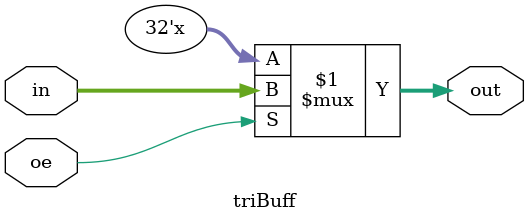
<source format=v>
module triBuff #(parameter SIZE = 32) (in, oe, out);
    input[SIZE-1:0] in;
    input oe;
    output[SIZE-1:0] out;
    
    assign out = oe ? in : {SIZE{1'bz}}; 

endmodule
</source>
